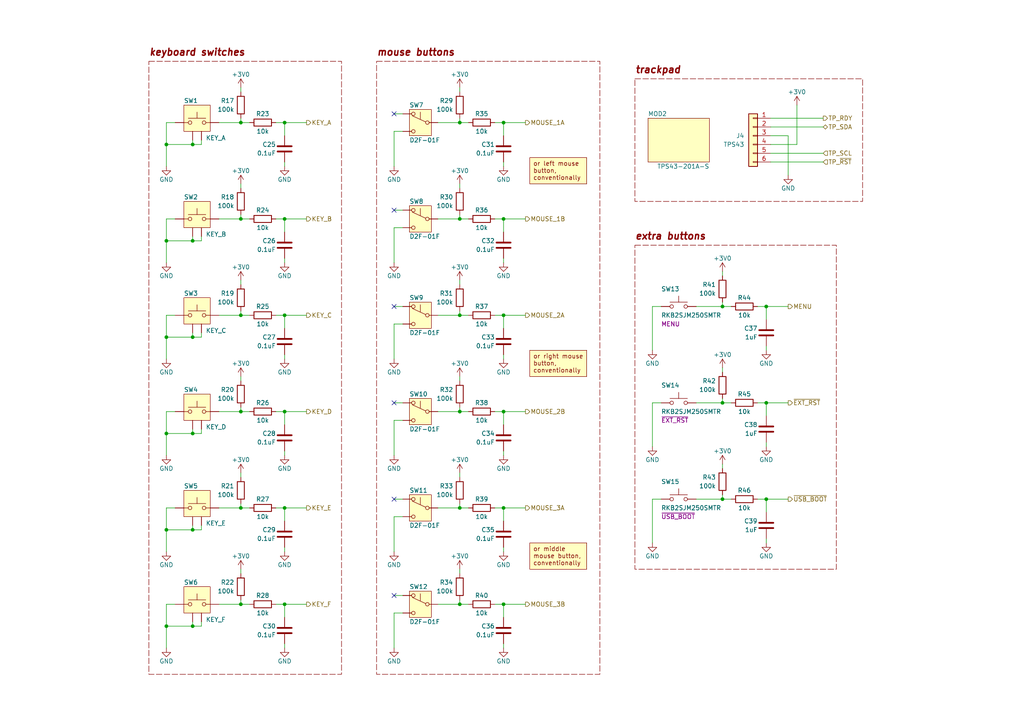
<source format=kicad_sch>
(kicad_sch (version 20230121) (generator eeschema)
  (paper "A4")
  (title_block (title "gkos pebble") (date "2024-03-25") (rev "1") (company "minteyay") (comment 1 "user inputs"))
  (lib_symbols
    (symbol "Connector_Generic:Conn_01x06" (pin_names (offset 1.016) hide)
      (property "Reference" "J" (at 0 7.62 0))
      (property "Value" "Conn_01x06" (at 0 -10.16 0))
      (symbol "Conn_01x06_1_1"
        (rectangle (start -1.27 -7.493) (end 0 -7.747) (stroke (width 0.1524)))
        (rectangle (start -1.27 -4.953) (end 0 -5.207) (stroke (width 0.1524)))
        (rectangle (start -1.27 -2.413) (end 0 -2.667) (stroke (width 0.1524)))
        (rectangle (start -1.27 0.127) (end 0 -0.127) (stroke (width 0.1524)))
        (rectangle (start -1.27 2.667) (end 0 2.413) (stroke (width 0.1524)))
        (rectangle (start -1.27 5.207) (end 0 4.953) (stroke (width 0.1524)))
        (rectangle (start -1.27 6.35) (end 1.27 -8.89) (stroke (width 0.254)) (fill (type background)))
        (pin passive line (at -5.08 5.08 0) (length 3.81) (name "Pin_1") (number "1"))
        (pin passive line (at -5.08 2.54 0) (length 3.81) (name "Pin_2") (number "2"))
        (pin passive line (at -5.08 0 0) (length 3.81) (name "Pin_3") (number "3"))
        (pin passive line (at -5.08 -2.54 0) (length 3.81) (name "Pin_4") (number "4"))
        (pin passive line (at -5.08 -5.08 0) (length 3.81) (name "Pin_5") (number "5"))
        (pin passive line (at -5.08 -7.62 0) (length 3.81) (name "Pin_6") (number "6"))
      )
    )
    (symbol "Device:C" (pin_numbers hide) (pin_names (offset 0.254))
      (property "Reference" "C" (at 0.635 2.54 0))
      (property "Value" "C" (at 0.635 -2.54 0))
      (symbol "C_0_1"
        (polyline (pts (xy -2.032 -0.762) (xy 2.032 -0.762)) (stroke (width 0.508)))
        (polyline (pts (xy -2.032 0.762) (xy 2.032 0.762)) (stroke (width 0.508)))
      )
      (symbol "C_1_1"
        (pin passive line (at 0 3.81 270) (length 2.794) (name "~") (number "1"))
        (pin passive line (at 0 -3.81 90) (length 2.794) (name "~") (number "2"))
      )
    )
    (symbol "Device:R" (pin_numbers hide) (pin_names (offset 0))
      (property "Reference" "R" (at 2.032 0 90))
      (property "Value" "R" (at 0 0 90))
      (symbol "R_0_1"
        (rectangle (start -1.016 -2.54) (end 1.016 2.54) (stroke (width 0.254)))
      )
      (symbol "R_1_1"
        (pin passive line (at 0 3.81 270) (length 1.27) (name "~") (number "1"))
        (pin passive line (at 0 -3.81 90) (length 1.27) (name "~") (number "2"))
      )
    )
    (symbol "Switch:SW_Push" (pin_numbers hide) (pin_names (offset 1.016) hide)
      (property "Reference" "SW" (at 1.27 2.54 0))
      (property "Value" "SW_Push" (at 0 -1.524 0))
      (symbol "SW_Push_0_1"
        (circle (center -2.032 0) (radius 0.508))
        (polyline (pts (xy 0 1.27) (xy 0 3.048)))
        (polyline (pts (xy 2.54 1.27) (xy -2.54 1.27)))
        (circle (center 2.032 0) (radius 0.508))
        (pin passive line (at -5.08 0 0) (length 2.54) (name "1") (number "1"))
        (pin passive line (at 5.08 0 180) (length 2.54) (name "2") (number "2"))
      )
    )
    (symbol "power:+3V0" (power) (pin_names (offset 0))
      (property "Value" "+3V0" (at 0 3.556 0))
      (symbol "+3V0_0_1"
        (polyline (pts (xy -0.762 1.27) (xy 0 2.54)))
        (polyline (pts (xy 0 0) (xy 0 2.54)))
        (polyline (pts (xy 0 2.54) (xy 0.762 1.27)))
      )
      (symbol "+3V0_1_1"
        (pin power_in line (at 0 0 90) (length 0) hide (name "+3V0") (number "1"))
      )
    )
    (symbol "power:GND" (power) (pin_names (offset 0))
      (property "Value" "GND" (at 0 -3.81 0))
      (symbol "GND_0_1"
        (polyline (pts (xy 0 0) (xy 0 -1.27) (xy 1.27 -1.27) (xy 0 -2.54) (xy -1.27 -1.27) (xy 0 -1.27)))
      )
      (symbol "GND_1_1"
        (pin power_in line (at 0 0 270) (length 0) hide (name "GND") (number "1"))
      )
    )
    (symbol "user:D2F-01F" (pin_numbers hide) (pin_names (offset 0) hide)
      (property "Reference" "SW" (at -1.27 5.08 0))
      (property "Value" "D2F-01F" (at 1.27 -5.08 0))
      (symbol "D2F-01F_0_0"
        (circle (center -2.032 0) (radius 0.508))
        (polyline (pts (xy 0 1.016) (xy 0 3.048)))
        (circle (center 2.032 -2.54) (radius 0.508))
      )
      (symbol "D2F-01F_0_1"
        (polyline (pts (xy -1.524 0.2032) (xy 2.3368 1.9812)))
        (circle (center 2.032 2.54) (radius 0.508))
      )
      (symbol "D2F-01F_1_1"
        (rectangle (start -3.175 3.81) (end 3.175 -3.81) (fill (type background)))
        (pin passive line (at -5.08 0 0) (length 2.54) (name "COM") (number "1"))
        (pin passive line (at 5.08 -2.54 180) (length 2.54) (name "NO") (number "2"))
        (pin passive line (at 5.08 2.54 180) (length 2.54) (name "NC") (number "3"))
      )
    )
    (symbol "user:Kailh_Choc" (pin_numbers hide) (pin_names (offset 1.016) hide)
      (property "Reference" "SW" (at -3.81 6.35 0))
      (property "Value" "Kailh_Choc" (at 7.62 -3.81 0))
      (symbol "Kailh_Choc_0_1"
        (circle (center -2.032 0) (radius 0.508))
        (polyline (pts (xy -3.81 0) (xy -2.54 0)))
        (polyline (pts (xy 0 1.27) (xy 0 3.048)))
        (polyline (pts (xy 2.54 1.27) (xy -2.54 1.27)))
        (polyline (pts (xy 3.81 0) (xy 2.54 0)))
        (circle (center 2.032 0) (radius 0.508))
        (pin passive line (at -6.35 0 0) (length 2.54) (name "1") (number "1"))
        (pin passive line (at 6.35 0 180) (length 2.54) (name "2") (number "2"))
      )
      (symbol "Kailh_Choc_1_1"
        (rectangle (start -3.81 5.08) (end 3.81 -2.54) (fill (type background)))
        (pin passive line (at -1.27 -5.08 90) (length 2.54) (name "MH2") (number "MH2"))
        (pin passive line (at 1.27 -5.08 90) (length 2.54) (name "MH3") (number "MH3"))
      )
    )
    (symbol "user:TPS43-201A-S"
      (property "Reference" "MOD" (at -6.35 7.62 0))
      (property "Value" "TPS43-201A-S" (at 0 -7.62 0))
      (symbol "TPS43-201A-S_1_1"
        (rectangle (start -8.89 6.35) (end 8.89 -6.35) (fill (type background)))
      )
    )
  )
  (junction (at 69.85 35.56))
  (junction (at 55.88 125.73))
  (junction (at 222.25 144.78))
  (junction (at 55.88 153.67))
  (junction (at 82.55 175.26))
  (junction (at 133.35 147.32))
  (junction (at 48.26 41.91))
  (junction (at 209.55 116.84))
  (junction (at 82.55 147.32))
  (junction (at 209.55 88.9))
  (junction (at 133.35 35.56))
  (junction (at 69.85 147.32))
  (junction (at 222.25 88.9))
  (junction (at 48.26 69.85))
  (junction (at 69.85 119.38))
  (junction (at 55.88 41.91))
  (junction (at 82.55 91.44))
  (junction (at 69.85 91.44))
  (junction (at 48.26 97.79))
  (junction (at 69.85 63.5))
  (junction (at 133.35 91.44))
  (junction (at 133.35 119.38))
  (junction (at 55.88 97.79))
  (junction (at 146.05 35.56))
  (junction (at 133.35 175.26))
  (junction (at 146.05 147.32))
  (junction (at 82.55 35.56))
  (junction (at 48.26 153.67))
  (junction (at 146.05 175.26))
  (junction (at 82.55 119.38))
  (junction (at 48.26 181.61))
  (junction (at 133.35 63.5))
  (junction (at 209.55 144.78))
  (junction (at 82.55 63.5))
  (junction (at 222.25 116.84))
  (junction (at 55.88 181.61))
  (junction (at 146.05 63.5))
  (junction (at 48.26 125.73))
  (junction (at 69.85 175.26))
  (junction (at 146.05 119.38))
  (junction (at 55.88 69.85))
  (junction (at 146.05 91.44))
  (no_connect (at 114.3 172.72))
  (no_connect (at 114.3 116.84))
  (no_connect (at 114.3 33.02))
  (no_connect (at 114.3 88.9))
  (no_connect (at 114.3 144.78))
  (no_connect (at 114.3 60.96))
  (wire (pts (xy 133.35 90.17) (xy 133.35 91.44)))
  (wire (pts (xy 223.52 44.45) (xy 238.76 44.45)))
  (wire (pts (xy 209.55 115.57) (xy 209.55 116.84)))
  (wire (pts (xy 189.23 129.54) (xy 189.23 116.84)))
  (wire (pts (xy 146.05 119.38) (xy 152.4 119.38)))
  (wire (pts (xy 48.26 153.67) (xy 48.26 160.02)))
  (wire (pts (xy 133.35 34.29) (xy 133.35 35.56)))
  (wire (pts (xy 69.85 119.38) (xy 72.39 119.38)))
  (wire (pts (xy 80.01 35.56) (xy 82.55 35.56)))
  (wire (pts (xy 209.55 78.74) (xy 209.55 80.01)))
  (wire (pts (xy 146.05 39.37) (xy 146.05 35.56)))
  (wire (pts (xy 146.05 175.26) (xy 152.4 175.26)))
  (wire (pts (xy 201.93 116.84) (xy 209.55 116.84)))
  (wire (pts (xy 58.42 153.67) (xy 58.42 152.4)))
  (wire (pts (xy 80.01 63.5) (xy 82.55 63.5)))
  (wire (pts (xy 80.01 91.44) (xy 82.55 91.44)))
  (wire (pts (xy 114.3 121.92) (xy 116.84 121.92)))
  (wire (pts (xy 48.26 69.85) (xy 48.26 76.2)))
  (wire (pts (xy 69.85 91.44) (xy 72.39 91.44)))
  (wire (pts (xy 48.26 69.85) (xy 55.88 69.85)))
  (wire (pts (xy 209.55 88.9) (xy 212.09 88.9)))
  (wire (pts (xy 69.85 53.34) (xy 69.85 54.61)))
  (wire (pts (xy 55.88 69.85) (xy 58.42 69.85)))
  (wire (pts (xy 219.71 116.84) (xy 222.25 116.84)))
  (wire (pts (xy 146.05 63.5) (xy 152.4 63.5)))
  (wire (pts (xy 114.3 177.8) (xy 116.84 177.8)))
  (wire (pts (xy 82.55 91.44) (xy 88.9 91.44)))
  (wire (pts (xy 69.85 62.23) (xy 69.85 63.5)))
  (wire (pts (xy 209.55 116.84) (xy 212.09 116.84)))
  (wire (pts (xy 222.25 116.84) (xy 228.6 116.84)))
  (wire (pts (xy 48.26 91.44) (xy 50.8 91.44)))
  (wire (pts (xy 146.05 147.32) (xy 152.4 147.32)))
  (wire (pts (xy 127 119.38) (xy 133.35 119.38)))
  (wire (pts (xy 82.55 123.19) (xy 82.55 119.38)))
  (wire (pts (xy 127 91.44) (xy 133.35 91.44)))
  (wire (pts (xy 114.3 177.8) (xy 114.3 187.96)))
  (wire (pts (xy 133.35 63.5) (xy 135.89 63.5)))
  (wire (pts (xy 48.26 91.44) (xy 48.26 97.79)))
  (wire (pts (xy 146.05 76.2) (xy 146.05 74.93)))
  (wire (pts (xy 209.55 106.68) (xy 209.55 107.95)))
  (wire (pts (xy 48.26 35.56) (xy 50.8 35.56)))
  (wire (pts (xy 55.88 125.73) (xy 58.42 125.73)))
  (wire (pts (xy 114.3 88.9) (xy 116.84 88.9)))
  (wire (pts (xy 63.5 175.26) (xy 69.85 175.26)))
  (wire (pts (xy 63.5 91.44) (xy 69.85 91.44)))
  (wire (pts (xy 143.51 35.56) (xy 146.05 35.56)))
  (wire (pts (xy 146.05 187.96) (xy 146.05 186.69)))
  (wire (pts (xy 82.55 67.31) (xy 82.55 63.5)))
  (wire (pts (xy 127 175.26) (xy 133.35 175.26)))
  (wire (pts (xy 82.55 160.02) (xy 82.55 158.75)))
  (wire (pts (xy 114.3 116.84) (xy 116.84 116.84)))
  (wire (pts (xy 114.3 60.96) (xy 116.84 60.96)))
  (wire (pts (xy 48.26 63.5) (xy 48.26 69.85)))
  (wire (pts (xy 133.35 118.11) (xy 133.35 119.38)))
  (wire (pts (xy 48.26 41.91) (xy 55.88 41.91)))
  (wire (pts (xy 133.35 25.4) (xy 133.35 26.67)))
  (wire (pts (xy 55.88 125.73) (xy 55.88 124.46)))
  (wire (pts (xy 58.42 41.91) (xy 58.42 40.64)))
  (wire (pts (xy 80.01 119.38) (xy 82.55 119.38)))
  (wire (pts (xy 69.85 63.5) (xy 72.39 63.5)))
  (wire (pts (xy 222.25 92.71) (xy 222.25 88.9)))
  (wire (pts (xy 69.85 90.17) (xy 69.85 91.44)))
  (wire (pts (xy 63.5 119.38) (xy 69.85 119.38)))
  (wire (pts (xy 114.3 66.04) (xy 114.3 76.2)))
  (wire (pts (xy 146.05 95.25) (xy 146.05 91.44)))
  (wire (pts (xy 133.35 146.05) (xy 133.35 147.32)))
  (wire (pts (xy 133.35 35.56) (xy 135.89 35.56)))
  (wire (pts (xy 48.26 181.61) (xy 55.88 181.61)))
  (wire (pts (xy 114.3 149.86) (xy 116.84 149.86)))
  (wire (pts (xy 55.88 181.61) (xy 58.42 181.61)))
  (wire (pts (xy 48.26 153.67) (xy 55.88 153.67)))
  (wire (pts (xy 82.55 175.26) (xy 88.9 175.26)))
  (wire (pts (xy 55.88 181.61) (xy 55.88 180.34)))
  (wire (pts (xy 219.71 88.9) (xy 222.25 88.9)))
  (wire (pts (xy 223.52 41.91) (xy 231.14 41.91)))
  (wire (pts (xy 133.35 119.38) (xy 135.89 119.38)))
  (wire (pts (xy 69.85 175.26) (xy 72.39 175.26)))
  (wire (pts (xy 58.42 69.85) (xy 58.42 68.58)))
  (wire (pts (xy 82.55 151.13) (xy 82.55 147.32)))
  (wire (pts (xy 114.3 144.78) (xy 116.84 144.78)))
  (wire (pts (xy 48.26 63.5) (xy 50.8 63.5)))
  (wire (pts (xy 69.85 173.99) (xy 69.85 175.26)))
  (wire (pts (xy 133.35 137.16) (xy 133.35 138.43)))
  (wire (pts (xy 222.25 148.59) (xy 222.25 144.78)))
  (wire (pts (xy 48.26 125.73) (xy 55.88 125.73)))
  (wire (pts (xy 146.05 35.56) (xy 152.4 35.56)))
  (wire (pts (xy 82.55 104.14) (xy 82.55 102.87)))
  (wire (pts (xy 222.25 157.48) (xy 222.25 156.21)))
  (wire (pts (xy 58.42 181.61) (xy 58.42 180.34)))
  (wire (pts (xy 82.55 147.32) (xy 88.9 147.32)))
  (wire (pts (xy 133.35 81.28) (xy 133.35 82.55)))
  (wire (pts (xy 63.5 147.32) (xy 69.85 147.32)))
  (wire (pts (xy 223.52 34.29) (xy 238.76 34.29)))
  (wire (pts (xy 69.85 25.4) (xy 69.85 26.67)))
  (wire (pts (xy 114.3 38.1) (xy 114.3 48.26)))
  (wire (pts (xy 114.3 33.02) (xy 116.84 33.02)))
  (wire (pts (xy 48.26 147.32) (xy 48.26 153.67)))
  (wire (pts (xy 143.51 63.5) (xy 146.05 63.5)))
  (wire (pts (xy 55.88 97.79) (xy 55.88 96.52)))
  (wire (pts (xy 114.3 149.86) (xy 114.3 160.02)))
  (wire (pts (xy 82.55 119.38) (xy 88.9 119.38)))
  (wire (pts (xy 228.6 39.37) (xy 228.6 50.8)))
  (wire (pts (xy 133.35 62.23) (xy 133.35 63.5)))
  (wire (pts (xy 48.26 119.38) (xy 50.8 119.38)))
  (wire (pts (xy 82.55 132.08) (xy 82.55 130.81)))
  (wire (pts (xy 209.55 134.62) (xy 209.55 135.89)))
  (wire (pts (xy 82.55 63.5) (xy 88.9 63.5)))
  (wire (pts (xy 114.3 66.04) (xy 116.84 66.04)))
  (wire (pts (xy 82.55 48.26) (xy 82.55 46.99)))
  (wire (pts (xy 222.25 129.54) (xy 222.25 128.27)))
  (wire (pts (xy 69.85 118.11) (xy 69.85 119.38)))
  (wire (pts (xy 55.88 97.79) (xy 58.42 97.79)))
  (wire (pts (xy 146.05 179.07) (xy 146.05 175.26)))
  (wire (pts (xy 143.51 175.26) (xy 146.05 175.26)))
  (wire (pts (xy 209.55 87.63) (xy 209.55 88.9)))
  (wire (pts (xy 133.35 175.26) (xy 135.89 175.26)))
  (wire (pts (xy 133.35 147.32) (xy 135.89 147.32)))
  (wire (pts (xy 82.55 95.25) (xy 82.55 91.44)))
  (wire (pts (xy 80.01 175.26) (xy 82.55 175.26)))
  (wire (pts (xy 82.55 187.96) (xy 82.55 186.69)))
  (wire (pts (xy 69.85 34.29) (xy 69.85 35.56)))
  (wire (pts (xy 69.85 137.16) (xy 69.85 138.43)))
  (wire (pts (xy 48.26 41.91) (xy 48.26 48.26)))
  (wire (pts (xy 189.23 144.78) (xy 191.77 144.78)))
  (wire (pts (xy 48.26 125.73) (xy 48.26 132.08)))
  (wire (pts (xy 63.5 35.56) (xy 69.85 35.56)))
  (wire (pts (xy 231.14 41.91) (xy 231.14 30.48)))
  (wire (pts (xy 223.52 36.83) (xy 238.76 36.83)))
  (wire (pts (xy 114.3 172.72) (xy 116.84 172.72)))
  (wire (pts (xy 48.26 147.32) (xy 50.8 147.32)))
  (wire (pts (xy 146.05 104.14) (xy 146.05 102.87)))
  (wire (pts (xy 82.55 35.56) (xy 88.9 35.56)))
  (wire (pts (xy 143.51 91.44) (xy 146.05 91.44)))
  (wire (pts (xy 69.85 147.32) (xy 72.39 147.32)))
  (wire (pts (xy 189.23 88.9) (xy 191.77 88.9)))
  (wire (pts (xy 82.55 179.07) (xy 82.55 175.26)))
  (wire (pts (xy 114.3 121.92) (xy 114.3 132.08)))
  (wire (pts (xy 222.25 88.9) (xy 228.6 88.9)))
  (wire (pts (xy 55.88 41.91) (xy 58.42 41.91)))
  (wire (pts (xy 146.05 151.13) (xy 146.05 147.32)))
  (wire (pts (xy 146.05 132.08) (xy 146.05 130.81)))
  (wire (pts (xy 114.3 93.98) (xy 114.3 104.14)))
  (wire (pts (xy 48.26 35.56) (xy 48.26 41.91)))
  (wire (pts (xy 146.05 48.26) (xy 146.05 46.99)))
  (wire (pts (xy 143.51 147.32) (xy 146.05 147.32)))
  (wire (pts (xy 146.05 160.02) (xy 146.05 158.75)))
  (wire (pts (xy 146.05 123.19) (xy 146.05 119.38)))
  (wire (pts (xy 127 147.32) (xy 133.35 147.32)))
  (wire (pts (xy 127 63.5) (xy 133.35 63.5)))
  (wire (pts (xy 133.35 53.34) (xy 133.35 54.61)))
  (wire (pts (xy 55.88 153.67) (xy 55.88 152.4)))
  (wire (pts (xy 55.88 153.67) (xy 58.42 153.67)))
  (wire (pts (xy 209.55 143.51) (xy 209.55 144.78)))
  (wire (pts (xy 201.93 88.9) (xy 209.55 88.9)))
  (wire (pts (xy 209.55 144.78) (xy 212.09 144.78)))
  (wire (pts (xy 146.05 67.31) (xy 146.05 63.5)))
  (wire (pts (xy 143.51 119.38) (xy 146.05 119.38)))
  (wire (pts (xy 222.25 144.78) (xy 228.6 144.78)))
  (wire (pts (xy 222.25 120.65) (xy 222.25 116.84)))
  (wire (pts (xy 48.26 97.79) (xy 55.88 97.79)))
  (wire (pts (xy 133.35 109.22) (xy 133.35 110.49)))
  (wire (pts (xy 48.26 175.26) (xy 50.8 175.26)))
  (wire (pts (xy 48.26 119.38) (xy 48.26 125.73)))
  (wire (pts (xy 55.88 69.85) (xy 55.88 68.58)))
  (wire (pts (xy 55.88 41.91) (xy 55.88 40.64)))
  (wire (pts (xy 69.85 81.28) (xy 69.85 82.55)))
  (wire (pts (xy 114.3 93.98) (xy 116.84 93.98)))
  (wire (pts (xy 69.85 146.05) (xy 69.85 147.32)))
  (wire (pts (xy 189.23 116.84) (xy 191.77 116.84)))
  (wire (pts (xy 133.35 173.99) (xy 133.35 175.26)))
  (wire (pts (xy 82.55 76.2) (xy 82.55 74.93)))
  (wire (pts (xy 48.26 97.79) (xy 48.26 104.14)))
  (wire (pts (xy 58.42 125.73) (xy 58.42 124.46)))
  (wire (pts (xy 189.23 157.48) (xy 189.23 144.78)))
  (wire (pts (xy 201.93 144.78) (xy 209.55 144.78)))
  (wire (pts (xy 127 35.56) (xy 133.35 35.56)))
  (wire (pts (xy 48.26 181.61) (xy 48.26 187.96)))
  (wire (pts (xy 133.35 165.1) (xy 133.35 166.37)))
  (wire (pts (xy 58.42 97.79) (xy 58.42 96.52)))
  (wire (pts (xy 114.3 38.1) (xy 116.84 38.1)))
  (wire (pts (xy 223.52 46.99) (xy 238.76 46.99)))
  (wire (pts (xy 222.25 101.6) (xy 222.25 100.33)))
  (wire (pts (xy 219.71 144.78) (xy 222.25 144.78)))
  (wire (pts (xy 133.35 91.44) (xy 135.89 91.44)))
  (wire (pts (xy 82.55 39.37) (xy 82.55 35.56)))
  (wire (pts (xy 69.85 35.56) (xy 72.39 35.56)))
  (wire (pts (xy 63.5 63.5) (xy 69.85 63.5)))
  (wire (pts (xy 69.85 109.22) (xy 69.85 110.49)))
  (wire (pts (xy 80.01 147.32) (xy 82.55 147.32)))
  (wire (pts (xy 48.26 175.26) (xy 48.26 181.61)))
  (wire (pts (xy 189.23 101.6) (xy 189.23 88.9)))
  (wire (pts (xy 69.85 165.1) (xy 69.85 166.37)))
  (wire (pts (xy 223.52 39.37) (xy 228.6 39.37)))
  (wire (pts (xy 146.05 91.44) (xy 152.4 91.44)))
  (rectangle (start 184.15 71.12) (end 242.57 165.1) (stroke (width 0) (type dash) (color 132 0 0 1)))
  (rectangle (start 184.15 22.86) (end 250.19 58.42) (stroke (width 0) (type dash) (color 132 0 0 1)))
  (rectangle (start 109.22 17.78) (end 173.99 195.58) (stroke (width 0) (type dash) (color 132 0 0 1)))
  (rectangle (start 43.18 17.78) (end 99.06 195.58) (stroke (width 0) (type dash) (color 132 0 0 1)))
  (text_box "or middle mouse button, conventionally" (at 153.67 157.48 0) (size 16.51 7.62) (stroke (width 0) (color 132 0 0 1)) (fill (type color) (color 255 255 194 1)) (effects (font (size 1.27 1.27)) (justify left top)))
  (text_box "or right mouse button, conventionally" (at 153.67 101.6 0) (size 16.51 7.62) (stroke (width 0) (color 132 0 0 1)) (fill (type color) (color 255 255 194 1)) (effects (font (size 1.27 1.27)) (justify left top)))
  (text_box "or left mouse button, conventionally" (at 153.67 45.72 0) (size 16.51 7.62) (stroke (width 0) (color 132 0 0 1)) (fill (type color) (color 255 255 194 1)) (effects (font (size 1.27 1.27)) (justify left top)))
  (text "mouse buttons" (at 109.22 16.51 0) (effects (font (size 2 2) (thickness 0.4) bold italic) (justify left bottom)))
  (text "trackpad" (at 184.15 21.59 0) (effects (font (size 2 2) (thickness 0.4) bold italic) (justify left bottom)))
  (text "extra buttons" (at 184.15 69.85 0) (effects (font (size 2 2) (thickness 0.4) bold italic) (justify left bottom)))
  (text "keyboard switches" (at 43.18 16.51 0) (effects (font (size 2 2) (thickness 0.4) bold italic) (justify left bottom)))
  (hierarchical_label "MOUSE_1A" (shape output) (at 152.4 35.56 0))
  (hierarchical_label "TP_SCL" (shape input) (at 238.76 44.45 0))
  (hierarchical_label "KEY_E" (shape output) (at 88.9 147.32 0))
  (hierarchical_label "KEY_F" (shape output) (at 88.9 175.26 0))
  (hierarchical_label "TP_SDA" (shape bidirectional) (at 238.76 36.83 0))
  (hierarchical_label "MENU" (shape output) (at 228.6 88.9 0))
  (hierarchical_label "MOUSE_3A" (shape output) (at 152.4 147.32 0))
  (hierarchical_label "~{EXT_RST}" (shape output) (at 228.6 116.84 0))
  (hierarchical_label "MOUSE_3B" (shape output) (at 152.4 175.26 0))
  (hierarchical_label "MOUSE_2B" (shape output) (at 152.4 119.38 0))
  (hierarchical_label "~{USB_BOOT}" (shape output) (at 228.6 144.78 0))
  (hierarchical_label "KEY_D" (shape output) (at 88.9 119.38 0))
  (hierarchical_label "MOUSE_2A" (shape output) (at 152.4 91.44 0))
  (hierarchical_label "MOUSE_1B" (shape output) (at 152.4 63.5 0))
  (hierarchical_label "KEY_A" (shape output) (at 88.9 35.56 0))
  (hierarchical_label "KEY_B" (shape output) (at 88.9 63.5 0))
  (hierarchical_label "TP_RDY" (shape output) (at 238.76 34.29 0))
  (hierarchical_label "KEY_C" (shape output) (at 88.9 91.44 0))
  (hierarchical_label "TP_~{RST}" (shape input) (at 238.76 46.99 0))
  (symbol (lib_id "power:+3V0") (at 133.35 137.16 0) (unit 1)
    (property "Reference" "#PWR066" (effects hide))
    (property "Value" "+3V0" (at 133.35 133.35 0))
  )
  (symbol (lib_id "Device:C") (at 146.05 127 0) (mirror y) (unit 1)
    (property "Reference" "C34" (at 143.51 125.73 0) (effects (justify left)))
    (property "Value" "0.1uF" (at 143.51 128.27 0) (effects (justify left)))
    (property "Footprint" "Capacitor_SMD:C_0805_2012Metric" (effects hide))
  )
  (symbol (lib_id "Device:C") (at 146.05 71.12 0) (mirror y) (unit 1)
    (property "Reference" "C32" (at 143.51 69.85 0) (effects (justify left)))
    (property "Value" "0.1uF" (at 143.51 72.39 0) (effects (justify left)))
    (property "Footprint" "Capacitor_SMD:C_0805_2012Metric" (effects hide))
  )
  (symbol (lib_id "power:GND") (at 228.6 50.8 0) (unit 1)
    (property "Reference" "#PWR083" (effects hide))
    (property "Value" "GND" (at 228.6 54.61 0))
  )
  (symbol (lib_id "power:+3V0") (at 69.85 137.16 0) (unit 1)
    (property "Reference" "#PWR048" (effects hide))
    (property "Value" "+3V0" (at 69.85 133.35 0))
  )
  (symbol (lib_id "user:D2F-01F") (at 121.92 175.26 0) (mirror y) (unit 1)
    (property "Reference" "SW12" (at 118.745 170.18 0) (effects (justify right)))
    (property "Value" "D2F-01F" (at 118.745 180.34 0) (effects (justify right)))
    (property "Footprint" "footprints:D2F01F" (effects hide))
  )
  (symbol (lib_id "Device:C") (at 146.05 182.88 0) (mirror y) (unit 1)
    (property "Reference" "C36" (at 143.51 181.61 0) (effects (justify left)))
    (property "Value" "0.1uF" (at 143.51 184.15 0) (effects (justify left)))
    (property "Footprint" "Capacitor_SMD:C_0805_2012Metric" (effects hide))
  )
  (symbol (lib_id "power:GND") (at 146.05 160.02 0) (unit 1)
    (property "Reference" "#PWR072" (effects hide))
    (property "Value" "GND" (at 146.05 163.83 0))
  )
  (symbol (lib_id "Device:R") (at 69.85 30.48 0) (mirror y) (unit 1)
    (property "Reference" "R17" (at 67.945 29.21 0) (effects (justify left)))
    (property "Value" "100k" (at 67.945 31.75 0) (effects (justify left)))
    (property "Footprint" "Resistor_SMD:R_0805_2012Metric" (effects hide))
  )
  (symbol (lib_id "user:D2F-01F") (at 121.92 35.56 0) (mirror y) (unit 1)
    (property "Reference" "SW7" (at 118.745 30.48 0) (effects (justify right)))
    (property "Value" "D2F-01F" (at 118.745 40.64 0) (effects (justify right)))
    (property "Footprint" "footprints:D2F01F" (effects hide))
  )
  (symbol (lib_id "power:+3V0") (at 69.85 165.1 0) (unit 1)
    (property "Reference" "#PWR049" (effects hide))
    (property "Value" "+3V0" (at 69.85 161.29 0))
  )
  (symbol (lib_id "Device:R") (at 215.9 88.9 90) (unit 1)
    (property "Reference" "R44" (at 215.9 86.36 90))
    (property "Value" "10k" (at 215.9 91.44 90))
    (property "Footprint" "Resistor_SMD:R_0805_2012Metric" (effects hide))
  )
  (symbol (lib_id "power:GND") (at 146.05 48.26 0) (unit 1)
    (property "Reference" "#PWR068" (effects hide))
    (property "Value" "GND" (at 146.05 52.07 0))
  )
  (symbol (lib_id "power:GND") (at 146.05 132.08 0) (unit 1)
    (property "Reference" "#PWR071" (effects hide))
    (property "Value" "GND" (at 146.05 135.89 0))
  )
  (symbol (lib_id "Device:R") (at 69.85 86.36 0) (mirror y) (unit 1)
    (property "Reference" "R19" (at 67.945 85.09 0) (effects (justify left)))
    (property "Value" "100k" (at 67.945 87.63 0) (effects (justify left)))
    (property "Footprint" "Resistor_SMD:R_0805_2012Metric" (effects hide))
  )
  (symbol (lib_id "Device:R") (at 69.85 170.18 0) (mirror y) (unit 1)
    (property "Reference" "R22" (at 67.945 168.91 0) (effects (justify left)))
    (property "Value" "100k" (at 67.945 171.45 0) (effects (justify left)))
    (property "Footprint" "Resistor_SMD:R_0805_2012Metric" (effects hide))
  )
  (symbol (lib_id "power:GND") (at 189.23 129.54 0) (unit 1)
    (property "Reference" "#PWR075" (effects hide))
    (property "Value" "GND" (at 189.23 133.35 0))
  )
  (symbol (lib_id "Device:R") (at 69.85 58.42 0) (mirror y) (unit 1)
    (property "Reference" "R18" (at 67.945 57.15 0) (effects (justify left)))
    (property "Value" "100k" (at 67.945 59.69 0) (effects (justify left)))
    (property "Footprint" "Resistor_SMD:R_0805_2012Metric" (effects hide))
  )
  (symbol (lib_id "power:+3V0") (at 209.55 78.74 0) (unit 1)
    (property "Reference" "#PWR077" (effects hide))
    (property "Value" "+3V0" (at 209.55 74.93 0))
  )
  (symbol (lib_id "power:+3V0") (at 133.35 25.4 0) (unit 1)
    (property "Reference" "#PWR062" (effects hide))
    (property "Value" "+3V0" (at 133.35 21.59 0))
  )
  (symbol (lib_id "power:GND") (at 82.55 104.14 0) (unit 1)
    (property "Reference" "#PWR052" (effects hide))
    (property "Value" "GND" (at 82.55 107.95 0))
  )
  (symbol (lib_id "power:GND") (at 189.23 101.6 0) (unit 1)
    (property "Reference" "#PWR074" (effects hide))
    (property "Value" "GND" (at 189.23 105.41 0))
  )
  (symbol (lib_id "user:Kailh_Choc") (at 57.15 175.26 0) (unit 1)
    (property "Reference" "SW6" (at 53.34 168.91 0) (effects (justify left)))
    (property "Value" "KEY_F" (at 59.69 179.705 0) (effects (justify left)))
    (property "Footprint" "footprints:CPG135001D02" (effects hide))
  )
  (symbol (lib_id "Device:R") (at 133.35 170.18 0) (mirror y) (unit 1)
    (property "Reference" "R34" (at 131.445 168.91 0) (effects (justify left)))
    (property "Value" "100k" (at 131.445 171.45 0) (effects (justify left)))
    (property "Footprint" "Resistor_SMD:R_0805_2012Metric" (effects hide))
  )
  (symbol (lib_id "power:+3V0") (at 231.14 30.48 0) (unit 1)
    (property "Reference" "#PWR084" (effects hide))
    (property "Value" "+3V0" (at 231.14 26.67 0))
  )
  (symbol (lib_id "Device:R") (at 76.2 35.56 90) (unit 1)
    (property "Reference" "R23" (at 76.2 33.02 90))
    (property "Value" "10k" (at 76.2 38.1 90))
    (property "Footprint" "Resistor_SMD:R_0805_2012Metric" (effects hide))
  )
  (symbol (lib_id "user:Kailh_Choc") (at 57.15 91.44 0) (unit 1)
    (property "Reference" "SW3" (at 53.34 85.09 0) (effects (justify left)))
    (property "Value" "KEY_C" (at 59.69 95.885 0) (effects (justify left)))
    (property "Footprint" "footprints:CPG135001D02" (effects hide))
  )
  (symbol (lib_id "Device:C") (at 82.55 154.94 0) (mirror y) (unit 1)
    (property "Reference" "C29" (at 80.01 153.67 0) (effects (justify left)))
    (property "Value" "0.1uF" (at 80.01 156.21 0) (effects (justify left)))
    (property "Footprint" "Capacitor_SMD:C_0805_2012Metric" (effects hide))
  )
  (symbol (lib_id "Device:R") (at 133.35 142.24 0) (mirror y) (unit 1)
    (property "Reference" "R33" (at 131.445 140.97 0) (effects (justify left)))
    (property "Value" "100k" (at 131.445 143.51 0) (effects (justify left)))
    (property "Footprint" "Resistor_SMD:R_0805_2012Metric" (effects hide))
  )
  (symbol (lib_id "Connector_Generic:Conn_01x06") (at 218.44 39.37 0) (mirror y) (unit 1)
    (property "Reference" "J4" (at 215.9 39.37 0) (effects (justify left)))
    (property "Value" "TPS43" (at 215.9 41.91 0) (effects (justify left)))
    (property "Footprint" "footprints:TPS43_wires" (effects hide))
  )
  (symbol (lib_id "Device:R") (at 209.55 139.7 0) (mirror y) (unit 1)
    (property "Reference" "R43" (at 207.645 138.43 0) (effects (justify left)))
    (property "Value" "100k" (at 207.645 140.97 0) (effects (justify left)))
    (property "Footprint" "Resistor_SMD:R_0805_2012Metric" (effects hide))
  )
  (symbol (lib_id "Device:R") (at 69.85 114.3 0) (mirror y) (unit 1)
    (property "Reference" "R20" (at 67.945 113.03 0) (effects (justify left)))
    (property "Value" "100k" (at 67.945 115.57 0) (effects (justify left)))
    (property "Footprint" "Resistor_SMD:R_0805_2012Metric" (effects hide))
  )
  (symbol (lib_id "power:+3V0") (at 133.35 165.1 0) (unit 1)
    (property "Reference" "#PWR067" (effects hide))
    (property "Value" "+3V0" (at 133.35 161.29 0))
  )
  (symbol (lib_id "Device:C") (at 82.55 182.88 0) (mirror y) (unit 1)
    (property "Reference" "C30" (at 80.01 181.61 0) (effects (justify left)))
    (property "Value" "0.1uF" (at 80.01 184.15 0) (effects (justify left)))
    (property "Footprint" "Capacitor_SMD:C_0805_2012Metric" (effects hide))
  )
  (symbol (lib_id "power:+3V0") (at 133.35 109.22 0) (unit 1)
    (property "Reference" "#PWR065" (effects hide))
    (property "Value" "+3V0" (at 133.35 105.41 0))
  )
  (symbol (lib_id "power:+3V0") (at 133.35 81.28 0) (unit 1)
    (property "Reference" "#PWR064" (effects hide))
    (property "Value" "+3V0" (at 133.35 77.47 0))
  )
  (symbol (lib_id "user:D2F-01F") (at 121.92 91.44 0) (mirror y) (unit 1)
    (property "Reference" "SW9" (at 118.745 86.36 0) (effects (justify right)))
    (property "Value" "D2F-01F" (at 118.745 96.52 0) (effects (justify right)))
    (property "Footprint" "footprints:D2F01F" (effects hide))
  )
  (symbol (lib_id "Device:R") (at 69.85 142.24 0) (mirror y) (unit 1)
    (property "Reference" "R21" (at 67.945 140.97 0) (effects (justify left)))
    (property "Value" "100k" (at 67.945 143.51 0) (effects (justify left)))
    (property "Footprint" "Resistor_SMD:R_0805_2012Metric" (effects hide))
  )
  (symbol (lib_id "power:GND") (at 114.3 104.14 0) (mirror y) (unit 1)
    (property "Reference" "#PWR058" (effects hide))
    (property "Value" "GND" (at 114.3 107.95 0))
  )
  (symbol (lib_id "Device:C") (at 82.55 127 0) (mirror y) (unit 1)
    (property "Reference" "C28" (at 80.01 125.73 0) (effects (justify left)))
    (property "Value" "0.1uF" (at 80.01 128.27 0) (effects (justify left)))
    (property "Footprint" "Capacitor_SMD:C_0805_2012Metric" (effects hide))
  )
  (symbol (lib_id "Device:C") (at 146.05 154.94 0) (mirror y) (unit 1)
    (property "Reference" "C35" (at 143.51 153.67 0) (effects (justify left)))
    (property "Value" "0.1uF" (at 143.51 156.21 0) (effects (justify left)))
    (property "Footprint" "Capacitor_SMD:C_0805_2012Metric" (effects hide))
  )
  (symbol (lib_id "Device:R") (at 139.7 147.32 90) (unit 1)
    (property "Reference" "R39" (at 139.7 144.78 90))
    (property "Value" "10k" (at 139.7 149.86 90))
    (property "Footprint" "Resistor_SMD:R_0805_2012Metric" (effects hide))
  )
  (symbol (lib_id "power:+3V0") (at 69.85 53.34 0) (unit 1)
    (property "Reference" "#PWR045" (effects hide))
    (property "Value" "+3V0" (at 69.85 49.53 0))
  )
  (symbol (lib_id "Device:C") (at 82.55 99.06 0) (mirror y) (unit 1)
    (property "Reference" "C27" (at 80.01 97.79 0) (effects (justify left)))
    (property "Value" "0.1uF" (at 80.01 100.33 0) (effects (justify left)))
    (property "Footprint" "Capacitor_SMD:C_0805_2012Metric" (effects hide))
  )
  (symbol (lib_id "power:+3V0") (at 209.55 106.68 0) (unit 1)
    (property "Reference" "#PWR078" (effects hide))
    (property "Value" "+3V0" (at 209.55 102.87 0))
  )
  (symbol (lib_id "Device:R") (at 133.35 114.3 0) (mirror y) (unit 1)
    (property "Reference" "R32" (at 131.445 113.03 0) (effects (justify left)))
    (property "Value" "100k" (at 131.445 115.57 0) (effects (justify left)))
    (property "Footprint" "Resistor_SMD:R_0805_2012Metric" (effects hide))
  )
  (symbol (lib_id "power:GND") (at 48.26 160.02 0) (unit 1)
    (property "Reference" "#PWR042" (effects hide))
    (property "Value" "GND" (at 48.26 163.83 0))
  )
  (symbol (lib_id "power:GND") (at 222.25 101.6 0) (unit 1)
    (property "Reference" "#PWR080" (effects hide))
    (property "Value" "GND" (at 222.25 105.41 0))
  )
  (symbol (lib_id "power:GND") (at 222.25 129.54 0) (unit 1)
    (property "Reference" "#PWR081" (effects hide))
    (property "Value" "GND" (at 222.25 133.35 0))
  )
  (symbol (lib_id "power:GND") (at 82.55 160.02 0) (unit 1)
    (property "Reference" "#PWR054" (effects hide))
    (property "Value" "GND" (at 82.55 163.83 0))
  )
  (symbol (lib_id "Device:R") (at 76.2 175.26 90) (unit 1)
    (property "Reference" "R28" (at 76.2 172.72 90))
    (property "Value" "10k" (at 76.2 177.8 90))
    (property "Footprint" "Resistor_SMD:R_0805_2012Metric" (effects hide))
  )
  (symbol (lib_id "power:GND") (at 114.3 160.02 0) (mirror y) (unit 1)
    (property "Reference" "#PWR060" (effects hide))
    (property "Value" "GND" (at 114.3 163.83 0))
  )
  (symbol (lib_id "power:GND") (at 114.3 48.26 0) (mirror y) (unit 1)
    (property "Reference" "#PWR056" (effects hide))
    (property "Value" "GND" (at 114.3 52.07 0))
  )
  (symbol (lib_id "Device:C") (at 82.55 71.12 0) (mirror y) (unit 1)
    (property "Reference" "C26" (at 80.01 69.85 0) (effects (justify left)))
    (property "Value" "0.1uF" (at 80.01 72.39 0) (effects (justify left)))
    (property "Footprint" "Capacitor_SMD:C_0805_2012Metric" (effects hide))
  )
  (symbol (lib_id "power:+3V0") (at 69.85 81.28 0) (unit 1)
    (property "Reference" "#PWR046" (effects hide))
    (property "Value" "+3V0" (at 69.85 77.47 0))
  )
  (symbol (lib_id "Device:R") (at 215.9 116.84 90) (unit 1)
    (property "Reference" "R45" (at 215.9 114.3 90))
    (property "Value" "10k" (at 215.9 119.38 90))
    (property "Footprint" "Resistor_SMD:R_0805_2012Metric" (effects hide))
  )
  (symbol (lib_id "user:Kailh_Choc") (at 57.15 119.38 0) (unit 1)
    (property "Reference" "SW4" (at 53.34 113.03 0) (effects (justify left)))
    (property "Value" "KEY_D" (at 59.69 123.825 0) (effects (justify left)))
    (property "Footprint" "footprints:CPG135001D02" (effects hide))
  )
  (symbol (lib_id "power:GND") (at 82.55 76.2 0) (unit 1)
    (property "Reference" "#PWR051" (effects hide))
    (property "Value" "GND" (at 82.55 80.01 0))
  )
  (symbol (lib_id "power:GND") (at 82.55 132.08 0) (unit 1)
    (property "Reference" "#PWR053" (effects hide))
    (property "Value" "GND" (at 82.55 135.89 0))
  )
  (symbol (lib_id "power:+3V0") (at 209.55 134.62 0) (unit 1)
    (property "Reference" "#PWR079" (effects hide))
    (property "Value" "+3V0" (at 209.55 130.81 0))
  )
  (symbol (lib_id "user:D2F-01F") (at 121.92 147.32 0) (mirror y) (unit 1)
    (property "Reference" "SW11" (at 118.745 142.24 0) (effects (justify right)))
    (property "Value" "D2F-01F" (at 118.745 152.4 0) (effects (justify right)))
    (property "Footprint" "footprints:D2F01F" (effects hide))
  )
  (symbol (lib_id "Device:R") (at 209.55 111.76 0) (mirror y) (unit 1)
    (property "Reference" "R42" (at 207.645 110.49 0) (effects (justify left)))
    (property "Value" "100k" (at 207.645 113.03 0) (effects (justify left)))
    (property "Footprint" "Resistor_SMD:R_0805_2012Metric" (effects hide))
  )
  (symbol (lib_id "user:D2F-01F") (at 121.92 63.5 0) (mirror y) (unit 1)
    (property "Reference" "SW8" (at 118.745 58.42 0) (effects (justify right)))
    (property "Value" "D2F-01F" (at 118.745 68.58 0) (effects (justify right)))
    (property "Footprint" "footprints:D2F01F" (effects hide))
  )
  (symbol (lib_id "Device:R") (at 139.7 91.44 90) (unit 1)
    (property "Reference" "R37" (at 139.7 88.9 90))
    (property "Value" "10k" (at 139.7 93.98 90))
    (property "Footprint" "Resistor_SMD:R_0805_2012Metric" (effects hide))
  )
  (symbol (lib_id "Switch:SW_Push") (at 196.85 144.78 0) (unit 1)
    (property "Reference" "SW15" (at 191.77 139.7 0) (effects (justify left)))
    (property "Value" "RKB2SJM250SMTR" (at 191.77 147.32 0) (effects (justify left)))
    (property "Footprint" "footprints:RKB2SJM250SMTRLFS" (effects hide))
    (property "Input" "~{USB_BOOT}" (at 191.77 149.86 0) (effects (justify left)))
  )
  (symbol (lib_id "Device:R") (at 209.55 83.82 0) (mirror y) (unit 1)
    (property "Reference" "R41" (at 207.645 82.55 0) (effects (justify left)))
    (property "Value" "100k" (at 207.645 85.09 0) (effects (justify left)))
    (property "Footprint" "Resistor_SMD:R_0805_2012Metric" (effects hide))
  )
  (symbol (lib_id "user:Kailh_Choc") (at 57.15 63.5 0) (unit 1)
    (property "Reference" "SW2" (at 53.34 57.15 0) (effects (justify left)))
    (property "Value" "KEY_B" (at 59.69 67.945 0) (effects (justify left)))
    (property "Footprint" "footprints:CPG135001D02" (effects hide))
  )
  (symbol (lib_id "power:GND") (at 48.26 48.26 0) (unit 1)
    (property "Reference" "#PWR038" (effects hide))
    (property "Value" "GND" (at 48.26 52.07 0))
  )
  (symbol (lib_id "Device:R") (at 76.2 119.38 90) (unit 1)
    (property "Reference" "R26" (at 76.2 116.84 90))
    (property "Value" "10k" (at 76.2 121.92 90))
    (property "Footprint" "Resistor_SMD:R_0805_2012Metric" (effects hide))
  )
  (symbol (lib_id "power:GND") (at 82.55 48.26 0) (unit 1)
    (property "Reference" "#PWR050" (effects hide))
    (property "Value" "GND" (at 82.55 52.07 0))
  )
  (symbol (lib_id "power:GND") (at 114.3 187.96 0) (mirror y) (unit 1)
    (property "Reference" "#PWR061" (effects hide))
    (property "Value" "GND" (at 114.3 191.77 0))
  )
  (symbol (lib_id "Switch:SW_Push") (at 196.85 116.84 0) (unit 1)
    (property "Reference" "SW14" (at 191.77 111.76 0) (effects (justify left)))
    (property "Value" "RKB2SJM250SMTR" (at 191.77 119.38 0) (effects (justify left)))
    (property "Footprint" "footprints:RKB2SJM250SMTRLFS" (effects hide))
    (property "Input" "~{EXT_RST}" (at 191.77 121.92 0) (effects (justify left)))
  )
  (symbol (lib_id "Device:R") (at 76.2 63.5 90) (unit 1)
    (property "Reference" "R24" (at 76.2 60.96 90))
    (property "Value" "10k" (at 76.2 66.04 90))
    (property "Footprint" "Resistor_SMD:R_0805_2012Metric" (effects hide))
  )
  (symbol (lib_id "power:GND") (at 82.55 187.96 0) (unit 1)
    (property "Reference" "#PWR055" (effects hide))
    (property "Value" "GND" (at 82.55 191.77 0))
  )
  (symbol (lib_id "Device:C") (at 222.25 124.46 0) (mirror y) (unit 1)
    (property "Reference" "C38" (at 219.71 123.19 0) (effects (justify left)))
    (property "Value" "1uF" (at 219.71 125.73 0) (effects (justify left)))
    (property "Footprint" "Capacitor_SMD:C_0805_2012Metric" (effects hide))
  )
  (symbol (lib_id "Device:R") (at 133.35 58.42 0) (mirror y) (unit 1)
    (property "Reference" "R30" (at 131.445 57.15 0) (effects (justify left)))
    (property "Value" "100k" (at 131.445 59.69 0) (effects (justify left)))
    (property "Footprint" "Resistor_SMD:R_0805_2012Metric" (effects hide))
  )
  (symbol (lib_id "Device:C") (at 146.05 43.18 0) (mirror y) (unit 1)
    (property "Reference" "C31" (at 143.51 41.91 0) (effects (justify left)))
    (property "Value" "0.1uF" (at 143.51 44.45 0) (effects (justify left)))
    (property "Footprint" "Capacitor_SMD:C_0805_2012Metric" (effects hide))
  )
  (symbol (lib_id "power:+3V0") (at 69.85 109.22 0) (unit 1)
    (property "Reference" "#PWR047" (effects hide))
    (property "Value" "+3V0" (at 69.85 105.41 0))
  )
  (symbol (lib_id "power:GND") (at 48.26 132.08 0) (unit 1)
    (property "Reference" "#PWR041" (effects hide))
    (property "Value" "GND" (at 48.26 135.89 0))
  )
  (symbol (lib_id "power:GND") (at 114.3 132.08 0) (mirror y) (unit 1)
    (property "Reference" "#PWR059" (effects hide))
    (property "Value" "GND" (at 114.3 135.89 0))
  )
  (symbol (lib_id "power:GND") (at 222.25 157.48 0) (unit 1)
    (property "Reference" "#PWR082" (effects hide))
    (property "Value" "GND" (at 222.25 161.29 0))
  )
  (symbol (lib_id "user:TPS43-201A-S") (at 196.85 40.64 0) (unit 1)
    (property "Reference" "MOD2" (at 187.96 33.02 0) (effects (justify left)))
    (property "Value" "TPS43-201A-S" (at 205.74 48.26 0) (effects (justify right)))
    (property "Footprint" "footprints:TPS43" (effects hide))
  )
  (symbol (lib_id "power:GND") (at 114.3 76.2 0) (mirror y) (unit 1)
    (property "Reference" "#PWR057" (effects hide))
    (property "Value" "GND" (at 114.3 80.01 0))
  )
  (symbol (lib_id "Device:C") (at 146.05 99.06 0) (mirror y) (unit 1)
    (property "Reference" "C33" (at 143.51 97.79 0) (effects (justify left)))
    (property "Value" "0.1uF" (at 143.51 100.33 0) (effects (justify left)))
    (property "Footprint" "Capacitor_SMD:C_0805_2012Metric" (effects hide))
  )
  (symbol (lib_id "power:GND") (at 189.23 157.48 0) (unit 1)
    (property "Reference" "#PWR076" (effects hide))
    (property "Value" "GND" (at 189.23 161.29 0))
  )
  (symbol (lib_id "Device:R") (at 76.2 91.44 90) (unit 1)
    (property "Reference" "R25" (at 76.2 88.9 90))
    (property "Value" "10k" (at 76.2 93.98 90))
    (property "Footprint" "Resistor_SMD:R_0805_2012Metric" (effects hide))
  )
  (symbol (lib_id "Device:C") (at 82.55 43.18 0) (mirror y) (unit 1)
    (property "Reference" "C25" (at 80.01 41.91 0) (effects (justify left)))
    (property "Value" "0.1uF" (at 80.01 44.45 0) (effects (justify left)))
    (property "Footprint" "Capacitor_SMD:C_0805_2012Metric" (effects hide))
  )
  (symbol (lib_id "power:GND") (at 146.05 187.96 0) (unit 1)
    (property "Reference" "#PWR073" (effects hide))
    (property "Value" "GND" (at 146.05 191.77 0))
  )
  (symbol (lib_id "power:GND") (at 48.26 187.96 0) (unit 1)
    (property "Reference" "#PWR043" (effects hide))
    (property "Value" "GND" (at 48.26 191.77 0))
  )
  (symbol (lib_id "power:GND") (at 48.26 104.14 0) (unit 1)
    (property "Reference" "#PWR040" (effects hide))
    (property "Value" "GND" (at 48.26 107.95 0))
  )
  (symbol (lib_id "Device:R") (at 139.7 63.5 90) (unit 1)
    (property "Reference" "R36" (at 139.7 60.96 90))
    (property "Value" "10k" (at 139.7 66.04 90))
    (property "Footprint" "Resistor_SMD:R_0805_2012Metric" (effects hide))
  )
  (symbol (lib_id "Device:R") (at 215.9 144.78 90) (unit 1)
    (property "Reference" "R46" (at 215.9 142.24 90))
    (property "Value" "10k" (at 215.9 147.32 90))
    (property "Footprint" "Resistor_SMD:R_0805_2012Metric" (effects hide))
  )
  (symbol (lib_id "Device:R") (at 76.2 147.32 90) (unit 1)
    (property "Reference" "R27" (at 76.2 144.78 90))
    (property "Value" "10k" (at 76.2 149.86 90))
    (property "Footprint" "Resistor_SMD:R_0805_2012Metric" (effects hide))
  )
  (symbol (lib_id "user:Kailh_Choc") (at 57.15 35.56 0) (unit 1)
    (property "Reference" "SW1" (at 53.34 29.21 0) (effects (justify left)))
    (property "Value" "KEY_A" (at 59.69 40.005 0) (effects (justify left)))
    (property "Footprint" "footprints:CPG135001D02" (effects hide))
  )
  (symbol (lib_id "power:GND") (at 146.05 76.2 0) (unit 1)
    (property "Reference" "#PWR069" (effects hide))
    (property "Value" "GND" (at 146.05 80.01 0))
  )
  (symbol (lib_id "Device:C") (at 222.25 152.4 0) (mirror y) (unit 1)
    (property "Reference" "C39" (at 219.71 151.13 0) (effects (justify left)))
    (property "Value" "1uF" (at 219.71 153.67 0) (effects (justify left)))
    (property "Footprint" "Capacitor_SMD:C_0805_2012Metric" (effects hide))
  )
  (symbol (lib_id "power:+3V0") (at 69.85 25.4 0) (unit 1)
    (property "Reference" "#PWR044" (effects hide))
    (property "Value" "+3V0" (at 69.85 21.59 0))
  )
  (symbol (lib_id "Device:R") (at 133.35 86.36 0) (mirror y) (unit 1)
    (property "Reference" "R31" (at 131.445 85.09 0) (effects (justify left)))
    (property "Value" "100k" (at 131.445 87.63 0) (effects (justify left)))
    (property "Footprint" "Resistor_SMD:R_0805_2012Metric" (effects hide))
  )
  (symbol (lib_id "Device:R") (at 139.7 35.56 90) (unit 1)
    (property "Reference" "R35" (at 139.7 33.02 90))
    (property "Value" "10k" (at 139.7 38.1 90))
    (property "Footprint" "Resistor_SMD:R_0805_2012Metric" (effects hide))
  )
  (symbol (lib_id "power:GND") (at 48.26 76.2 0) (unit 1)
    (property "Reference" "#PWR039" (effects hide))
    (property "Value" "GND" (at 48.26 80.01 0))
  )
  (symbol (lib_id "user:Kailh_Choc") (at 57.15 147.32 0) (unit 1)
    (property "Reference" "SW5" (at 53.34 140.97 0) (effects (justify left)))
    (property "Value" "KEY_E" (at 59.69 151.765 0) (effects (justify left)))
    (property "Footprint" "footprints:CPG135001D02" (effects hide))
  )
  (symbol (lib_id "Device:C") (at 222.25 96.52 0) (mirror y) (unit 1)
    (property "Reference" "C37" (at 219.71 95.25 0) (effects (justify left)))
    (property "Value" "1uF" (at 219.71 97.79 0) (effects (justify left)))
    (property "Footprint" "Capacitor_SMD:C_0805_2012Metric" (effects hide))
  )
  (symbol (lib_id "power:GND") (at 146.05 104.14 0) (unit 1)
    (property "Reference" "#PWR070" (effects hide))
    (property "Value" "GND" (at 146.05 107.95 0))
  )
  (symbol (lib_id "Device:R") (at 133.35 30.48 0) (mirror y) (unit 1)
    (property "Reference" "R29" (at 131.445 29.21 0) (effects (justify left)))
    (property "Value" "100k" (at 131.445 31.75 0) (effects (justify left)))
    (property "Footprint" "Resistor_SMD:R_0805_2012Metric" (effects hide))
  )
  (symbol (lib_id "Device:R") (at 139.7 175.26 90) (unit 1)
    (property "Reference" "R40" (at 139.7 172.72 90))
    (property "Value" "10k" (at 139.7 177.8 90))
    (property "Footprint" "Resistor_SMD:R_0805_2012Metric" (effects hide))
  )
  (symbol (lib_id "Switch:SW_Push") (at 196.85 88.9 0) (unit 1)
    (property "Reference" "SW13" (at 191.77 83.82 0) (effects (justify left)))
    (property "Value" "RKB2SJM250SMTR" (at 191.77 91.44 0) (effects (justify left)))
    (property "Footprint" "footprints:RKB2SJM250SMTRLFS" (effects hide))
    (property "Input" "MENU" (at 191.77 93.98 0) (effects (justify left)))
  )
  (symbol (lib_id "user:D2F-01F") (at 121.92 119.38 0) (mirror y) (unit 1)
    (property "Reference" "SW10" (at 118.745 114.3 0) (effects (justify right)))
    (property "Value" "D2F-01F" (at 118.745 124.46 0) (effects (justify right)))
    (property "Footprint" "footprints:D2F01F" (effects hide))
  )
  (symbol (lib_id "Device:R") (at 139.7 119.38 90) (unit 1)
    (property "Reference" "R38" (at 139.7 116.84 90))
    (property "Value" "10k" (at 139.7 121.92 90))
    (property "Footprint" "Resistor_SMD:R_0805_2012Metric" (effects hide))
  )
  (symbol (lib_id "power:+3V0") (at 133.35 53.34 0) (unit 1)
    (property "Reference" "#PWR063" (effects hide))
    (property "Value" "+3V0" (at 133.35 49.53 0))
  )
)
</source>
